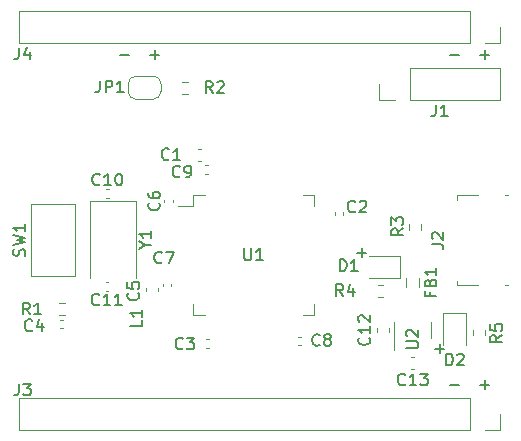
<source format=gbr>
%TF.GenerationSoftware,KiCad,Pcbnew,(6.0.9)*%
%TF.CreationDate,2022-11-25T11:21:21+01:00*%
%TF.ProjectId,stmf303re_eval_board,73746d66-3330-4337-9265-5f6576616c5f,rev?*%
%TF.SameCoordinates,Original*%
%TF.FileFunction,Legend,Top*%
%TF.FilePolarity,Positive*%
%FSLAX46Y46*%
G04 Gerber Fmt 4.6, Leading zero omitted, Abs format (unit mm)*
G04 Created by KiCad (PCBNEW (6.0.9)) date 2022-11-25 11:21:21*
%MOMM*%
%LPD*%
G01*
G04 APERTURE LIST*
%ADD10C,0.150000*%
%ADD11C,0.120000*%
G04 APERTURE END LIST*
D10*
X168275047Y-91003428D02*
X169036952Y-91003428D01*
X168275047Y-63063428D02*
X169036952Y-63063428D01*
X140335047Y-63063428D02*
X141096952Y-63063428D01*
X170815047Y-91003428D02*
X171576952Y-91003428D01*
X171196000Y-91384380D02*
X171196000Y-90622476D01*
X142875047Y-63063428D02*
X143636952Y-63063428D01*
X143256000Y-63444380D02*
X143256000Y-62682476D01*
X170815047Y-63063428D02*
X171576952Y-63063428D01*
X171196000Y-63444380D02*
X171196000Y-62682476D01*
X160401047Y-79827428D02*
X161162952Y-79827428D01*
X160782000Y-80208380D02*
X160782000Y-79446476D01*
X167005047Y-87955428D02*
X167766952Y-87955428D01*
X167386000Y-88336380D02*
X167386000Y-87574476D01*
%TO.C,Y1*%
X142470190Y-79141190D02*
X142946380Y-79141190D01*
X141946380Y-79474523D02*
X142470190Y-79141190D01*
X141946380Y-78807857D01*
X142946380Y-77950714D02*
X142946380Y-78522142D01*
X142946380Y-78236428D02*
X141946380Y-78236428D01*
X142089238Y-78331666D01*
X142184476Y-78426904D01*
X142232095Y-78522142D01*
%TO.C,J4*%
X131746666Y-62444380D02*
X131746666Y-63158666D01*
X131699047Y-63301523D01*
X131603809Y-63396761D01*
X131460952Y-63444380D01*
X131365714Y-63444380D01*
X132651428Y-62777714D02*
X132651428Y-63444380D01*
X132413333Y-62396761D02*
X132175238Y-63111047D01*
X132794285Y-63111047D01*
%TO.C,J3*%
X131746666Y-90892380D02*
X131746666Y-91606666D01*
X131699047Y-91749523D01*
X131603809Y-91844761D01*
X131460952Y-91892380D01*
X131365714Y-91892380D01*
X132127619Y-90892380D02*
X132746666Y-90892380D01*
X132413333Y-91273333D01*
X132556190Y-91273333D01*
X132651428Y-91320952D01*
X132699047Y-91368571D01*
X132746666Y-91463809D01*
X132746666Y-91701904D01*
X132699047Y-91797142D01*
X132651428Y-91844761D01*
X132556190Y-91892380D01*
X132270476Y-91892380D01*
X132175238Y-91844761D01*
X132127619Y-91797142D01*
%TO.C,C10*%
X138594400Y-74017142D02*
X138546781Y-74064761D01*
X138403924Y-74112380D01*
X138308686Y-74112380D01*
X138165829Y-74064761D01*
X138070591Y-73969523D01*
X138022972Y-73874285D01*
X137975353Y-73683809D01*
X137975353Y-73540952D01*
X138022972Y-73350476D01*
X138070591Y-73255238D01*
X138165829Y-73160000D01*
X138308686Y-73112380D01*
X138403924Y-73112380D01*
X138546781Y-73160000D01*
X138594400Y-73207619D01*
X139546781Y-74112380D02*
X138975353Y-74112380D01*
X139261067Y-74112380D02*
X139261067Y-73112380D01*
X139165829Y-73255238D01*
X139070591Y-73350476D01*
X138975353Y-73398095D01*
X140165829Y-73112380D02*
X140261067Y-73112380D01*
X140356305Y-73160000D01*
X140403924Y-73207619D01*
X140451543Y-73302857D01*
X140499162Y-73493333D01*
X140499162Y-73731428D01*
X140451543Y-73921904D01*
X140403924Y-74017142D01*
X140356305Y-74064761D01*
X140261067Y-74112380D01*
X140165829Y-74112380D01*
X140070591Y-74064761D01*
X140022972Y-74017142D01*
X139975353Y-73921904D01*
X139927734Y-73731428D01*
X139927734Y-73493333D01*
X139975353Y-73302857D01*
X140022972Y-73207619D01*
X140070591Y-73160000D01*
X140165829Y-73112380D01*
%TO.C,C5*%
X141835142Y-83224666D02*
X141882761Y-83272285D01*
X141930380Y-83415142D01*
X141930380Y-83510380D01*
X141882761Y-83653238D01*
X141787523Y-83748476D01*
X141692285Y-83796095D01*
X141501809Y-83843714D01*
X141358952Y-83843714D01*
X141168476Y-83796095D01*
X141073238Y-83748476D01*
X140978000Y-83653238D01*
X140930380Y-83510380D01*
X140930380Y-83415142D01*
X140978000Y-83272285D01*
X141025619Y-83224666D01*
X140930380Y-82319904D02*
X140930380Y-82796095D01*
X141406571Y-82843714D01*
X141358952Y-82796095D01*
X141311333Y-82700857D01*
X141311333Y-82462761D01*
X141358952Y-82367523D01*
X141406571Y-82319904D01*
X141501809Y-82272285D01*
X141739904Y-82272285D01*
X141835142Y-82319904D01*
X141882761Y-82367523D01*
X141930380Y-82462761D01*
X141930380Y-82700857D01*
X141882761Y-82796095D01*
X141835142Y-82843714D01*
%TO.C,C1*%
X144455584Y-71875487D02*
X144407965Y-71923106D01*
X144265108Y-71970725D01*
X144169870Y-71970725D01*
X144027012Y-71923106D01*
X143931774Y-71827868D01*
X143884155Y-71732630D01*
X143836536Y-71542154D01*
X143836536Y-71399297D01*
X143884155Y-71208821D01*
X143931774Y-71113583D01*
X144027012Y-71018345D01*
X144169870Y-70970725D01*
X144265108Y-70970725D01*
X144407965Y-71018345D01*
X144455584Y-71065964D01*
X145407965Y-71970725D02*
X144836536Y-71970725D01*
X145122251Y-71970725D02*
X145122251Y-70970725D01*
X145027012Y-71113583D01*
X144931774Y-71208821D01*
X144836536Y-71256440D01*
%TO.C,C2*%
X160215015Y-76293769D02*
X160167396Y-76341388D01*
X160024539Y-76389007D01*
X159929301Y-76389007D01*
X159786443Y-76341388D01*
X159691205Y-76246150D01*
X159643586Y-76150912D01*
X159595967Y-75960436D01*
X159595967Y-75817579D01*
X159643586Y-75627103D01*
X159691205Y-75531865D01*
X159786443Y-75436627D01*
X159929301Y-75389007D01*
X160024539Y-75389007D01*
X160167396Y-75436627D01*
X160215015Y-75484246D01*
X160595967Y-75484246D02*
X160643586Y-75436627D01*
X160738824Y-75389007D01*
X160976920Y-75389007D01*
X161072158Y-75436627D01*
X161119777Y-75484246D01*
X161167396Y-75579484D01*
X161167396Y-75674722D01*
X161119777Y-75817579D01*
X160548348Y-76389007D01*
X161167396Y-76389007D01*
%TO.C,J1*%
X167052666Y-67270380D02*
X167052666Y-67984666D01*
X167005047Y-68127523D01*
X166909809Y-68222761D01*
X166766952Y-68270380D01*
X166671714Y-68270380D01*
X168052666Y-68270380D02*
X167481238Y-68270380D01*
X167766952Y-68270380D02*
X167766952Y-67270380D01*
X167671714Y-67413238D01*
X167576476Y-67508476D01*
X167481238Y-67556095D01*
%TO.C,R2*%
X148150588Y-66296751D02*
X147817255Y-65820561D01*
X147579159Y-66296751D02*
X147579159Y-65296751D01*
X147960112Y-65296751D01*
X148055350Y-65344371D01*
X148102969Y-65391990D01*
X148150588Y-65487228D01*
X148150588Y-65630085D01*
X148102969Y-65725323D01*
X148055350Y-65772942D01*
X147960112Y-65820561D01*
X147579159Y-65820561D01*
X148531540Y-65391990D02*
X148579159Y-65344371D01*
X148674397Y-65296751D01*
X148912493Y-65296751D01*
X149007731Y-65344371D01*
X149055350Y-65391990D01*
X149102969Y-65487228D01*
X149102969Y-65582466D01*
X149055350Y-65725323D01*
X148483921Y-66296751D01*
X149102969Y-66296751D01*
%TO.C,R5*%
X172664380Y-86780666D02*
X172188190Y-87114000D01*
X172664380Y-87352095D02*
X171664380Y-87352095D01*
X171664380Y-86971142D01*
X171712000Y-86875904D01*
X171759619Y-86828285D01*
X171854857Y-86780666D01*
X171997714Y-86780666D01*
X172092952Y-86828285D01*
X172140571Y-86875904D01*
X172188190Y-86971142D01*
X172188190Y-87352095D01*
X171664380Y-85875904D02*
X171664380Y-86352095D01*
X172140571Y-86399714D01*
X172092952Y-86352095D01*
X172045333Y-86256857D01*
X172045333Y-86018761D01*
X172092952Y-85923523D01*
X172140571Y-85875904D01*
X172235809Y-85828285D01*
X172473904Y-85828285D01*
X172569142Y-85875904D01*
X172616761Y-85923523D01*
X172664380Y-86018761D01*
X172664380Y-86256857D01*
X172616761Y-86352095D01*
X172569142Y-86399714D01*
%TO.C,C6*%
X143600260Y-75584544D02*
X143647879Y-75632163D01*
X143695498Y-75775020D01*
X143695498Y-75870258D01*
X143647879Y-76013116D01*
X143552641Y-76108354D01*
X143457403Y-76155973D01*
X143266927Y-76203592D01*
X143124070Y-76203592D01*
X142933594Y-76155973D01*
X142838356Y-76108354D01*
X142743118Y-76013116D01*
X142695498Y-75870258D01*
X142695498Y-75775020D01*
X142743118Y-75632163D01*
X142790737Y-75584544D01*
X142695498Y-74727401D02*
X142695498Y-74917878D01*
X142743118Y-75013116D01*
X142790737Y-75060735D01*
X142933594Y-75155973D01*
X143124070Y-75203592D01*
X143505022Y-75203592D01*
X143600260Y-75155973D01*
X143647879Y-75108354D01*
X143695498Y-75013116D01*
X143695498Y-74822639D01*
X143647879Y-74727401D01*
X143600260Y-74679782D01*
X143505022Y-74632163D01*
X143266927Y-74632163D01*
X143171689Y-74679782D01*
X143124070Y-74727401D01*
X143076451Y-74822639D01*
X143076451Y-75013116D01*
X143124070Y-75108354D01*
X143171689Y-75155973D01*
X143266927Y-75203592D01*
%TO.C,JP1*%
X138612666Y-65238380D02*
X138612666Y-65952666D01*
X138565047Y-66095523D01*
X138469809Y-66190761D01*
X138326952Y-66238380D01*
X138231714Y-66238380D01*
X139088857Y-66238380D02*
X139088857Y-65238380D01*
X139469809Y-65238380D01*
X139565047Y-65286000D01*
X139612666Y-65333619D01*
X139660285Y-65428857D01*
X139660285Y-65571714D01*
X139612666Y-65666952D01*
X139565047Y-65714571D01*
X139469809Y-65762190D01*
X139088857Y-65762190D01*
X140612666Y-66238380D02*
X140041238Y-66238380D01*
X140326952Y-66238380D02*
X140326952Y-65238380D01*
X140231714Y-65381238D01*
X140136476Y-65476476D01*
X140041238Y-65524095D01*
%TO.C,R4*%
X159208916Y-83476510D02*
X158875583Y-83000320D01*
X158637487Y-83476510D02*
X158637487Y-82476510D01*
X159018440Y-82476510D01*
X159113678Y-82524130D01*
X159161297Y-82571749D01*
X159208916Y-82666987D01*
X159208916Y-82809844D01*
X159161297Y-82905082D01*
X159113678Y-82952701D01*
X159018440Y-83000320D01*
X158637487Y-83000320D01*
X160066059Y-82809844D02*
X160066059Y-83476510D01*
X159827963Y-82428891D02*
X159589868Y-83143177D01*
X160208916Y-83143177D01*
%TO.C,D1*%
X158925381Y-81376578D02*
X158925381Y-80376578D01*
X159163477Y-80376578D01*
X159306334Y-80424198D01*
X159401572Y-80519436D01*
X159449191Y-80614674D01*
X159496810Y-80805150D01*
X159496810Y-80948007D01*
X159449191Y-81138483D01*
X159401572Y-81233721D01*
X159306334Y-81328959D01*
X159163477Y-81376578D01*
X158925381Y-81376578D01*
X160449191Y-81376578D02*
X159877762Y-81376578D01*
X160163477Y-81376578D02*
X160163477Y-80376578D01*
X160068238Y-80519436D01*
X159973000Y-80614674D01*
X159877762Y-80662293D01*
%TO.C,C13*%
X164457142Y-90941142D02*
X164409523Y-90988761D01*
X164266666Y-91036380D01*
X164171428Y-91036380D01*
X164028571Y-90988761D01*
X163933333Y-90893523D01*
X163885714Y-90798285D01*
X163838095Y-90607809D01*
X163838095Y-90464952D01*
X163885714Y-90274476D01*
X163933333Y-90179238D01*
X164028571Y-90084000D01*
X164171428Y-90036380D01*
X164266666Y-90036380D01*
X164409523Y-90084000D01*
X164457142Y-90131619D01*
X165409523Y-91036380D02*
X164838095Y-91036380D01*
X165123809Y-91036380D02*
X165123809Y-90036380D01*
X165028571Y-90179238D01*
X164933333Y-90274476D01*
X164838095Y-90322095D01*
X165742857Y-90036380D02*
X166361904Y-90036380D01*
X166028571Y-90417333D01*
X166171428Y-90417333D01*
X166266666Y-90464952D01*
X166314285Y-90512571D01*
X166361904Y-90607809D01*
X166361904Y-90845904D01*
X166314285Y-90941142D01*
X166266666Y-90988761D01*
X166171428Y-91036380D01*
X165885714Y-91036380D01*
X165790476Y-90988761D01*
X165742857Y-90941142D01*
%TO.C,C8*%
X157211531Y-87614573D02*
X157163912Y-87662192D01*
X157021055Y-87709811D01*
X156925817Y-87709811D01*
X156782959Y-87662192D01*
X156687721Y-87566954D01*
X156640102Y-87471716D01*
X156592483Y-87281240D01*
X156592483Y-87138383D01*
X156640102Y-86947907D01*
X156687721Y-86852669D01*
X156782959Y-86757431D01*
X156925817Y-86709811D01*
X157021055Y-86709811D01*
X157163912Y-86757431D01*
X157211531Y-86805050D01*
X157782959Y-87138383D02*
X157687721Y-87090764D01*
X157640102Y-87043145D01*
X157592483Y-86947907D01*
X157592483Y-86900288D01*
X157640102Y-86805050D01*
X157687721Y-86757431D01*
X157782959Y-86709811D01*
X157973436Y-86709811D01*
X158068674Y-86757431D01*
X158116293Y-86805050D01*
X158163912Y-86900288D01*
X158163912Y-86947907D01*
X158116293Y-87043145D01*
X158068674Y-87090764D01*
X157973436Y-87138383D01*
X157782959Y-87138383D01*
X157687721Y-87186002D01*
X157640102Y-87233621D01*
X157592483Y-87328859D01*
X157592483Y-87519335D01*
X157640102Y-87614573D01*
X157687721Y-87662192D01*
X157782959Y-87709811D01*
X157973436Y-87709811D01*
X158068674Y-87662192D01*
X158116293Y-87614573D01*
X158163912Y-87519335D01*
X158163912Y-87328859D01*
X158116293Y-87233621D01*
X158068674Y-87186002D01*
X157973436Y-87138383D01*
%TO.C,R3*%
X164298786Y-77754681D02*
X163822596Y-78088015D01*
X164298786Y-78326110D02*
X163298786Y-78326110D01*
X163298786Y-77945157D01*
X163346406Y-77849919D01*
X163394025Y-77802300D01*
X163489263Y-77754681D01*
X163632120Y-77754681D01*
X163727358Y-77802300D01*
X163774977Y-77849919D01*
X163822596Y-77945157D01*
X163822596Y-78326110D01*
X163298786Y-77421348D02*
X163298786Y-76802300D01*
X163679739Y-77135634D01*
X163679739Y-76992776D01*
X163727358Y-76897538D01*
X163774977Y-76849919D01*
X163870215Y-76802300D01*
X164108310Y-76802300D01*
X164203548Y-76849919D01*
X164251167Y-76897538D01*
X164298786Y-76992776D01*
X164298786Y-77278491D01*
X164251167Y-77373729D01*
X164203548Y-77421348D01*
%TO.C,C11*%
X138549142Y-84177142D02*
X138501523Y-84224761D01*
X138358666Y-84272380D01*
X138263428Y-84272380D01*
X138120571Y-84224761D01*
X138025333Y-84129523D01*
X137977714Y-84034285D01*
X137930095Y-83843809D01*
X137930095Y-83700952D01*
X137977714Y-83510476D01*
X138025333Y-83415238D01*
X138120571Y-83320000D01*
X138263428Y-83272380D01*
X138358666Y-83272380D01*
X138501523Y-83320000D01*
X138549142Y-83367619D01*
X139501523Y-84272380D02*
X138930095Y-84272380D01*
X139215809Y-84272380D02*
X139215809Y-83272380D01*
X139120571Y-83415238D01*
X139025333Y-83510476D01*
X138930095Y-83558095D01*
X140453904Y-84272380D02*
X139882476Y-84272380D01*
X140168190Y-84272380D02*
X140168190Y-83272380D01*
X140072952Y-83415238D01*
X139977714Y-83510476D01*
X139882476Y-83558095D01*
%TO.C,C3*%
X145644970Y-87902467D02*
X145597351Y-87950086D01*
X145454494Y-87997705D01*
X145359256Y-87997705D01*
X145216398Y-87950086D01*
X145121160Y-87854848D01*
X145073541Y-87759610D01*
X145025922Y-87569134D01*
X145025922Y-87426277D01*
X145073541Y-87235801D01*
X145121160Y-87140563D01*
X145216398Y-87045325D01*
X145359256Y-86997705D01*
X145454494Y-86997705D01*
X145597351Y-87045325D01*
X145644970Y-87092944D01*
X145978303Y-86997705D02*
X146597351Y-86997705D01*
X146264017Y-87378658D01*
X146406875Y-87378658D01*
X146502113Y-87426277D01*
X146549732Y-87473896D01*
X146597351Y-87569134D01*
X146597351Y-87807229D01*
X146549732Y-87902467D01*
X146502113Y-87950086D01*
X146406875Y-87997705D01*
X146121160Y-87997705D01*
X146025922Y-87950086D01*
X145978303Y-87902467D01*
%TO.C,C4*%
X132869611Y-86360928D02*
X132821992Y-86408547D01*
X132679135Y-86456166D01*
X132583897Y-86456166D01*
X132441039Y-86408547D01*
X132345801Y-86313309D01*
X132298182Y-86218071D01*
X132250563Y-86027595D01*
X132250563Y-85884738D01*
X132298182Y-85694262D01*
X132345801Y-85599024D01*
X132441039Y-85503786D01*
X132583897Y-85456166D01*
X132679135Y-85456166D01*
X132821992Y-85503786D01*
X132869611Y-85551405D01*
X133726754Y-85789500D02*
X133726754Y-86456166D01*
X133488658Y-85408547D02*
X133250563Y-86122833D01*
X133869611Y-86122833D01*
%TO.C,J2*%
X166694980Y-79078333D02*
X167409266Y-79078333D01*
X167552123Y-79125952D01*
X167647361Y-79221190D01*
X167694980Y-79364047D01*
X167694980Y-79459285D01*
X166790219Y-78649761D02*
X166742600Y-78602142D01*
X166694980Y-78506904D01*
X166694980Y-78268809D01*
X166742600Y-78173571D01*
X166790219Y-78125952D01*
X166885457Y-78078333D01*
X166980695Y-78078333D01*
X167123552Y-78125952D01*
X167694980Y-78697380D01*
X167694980Y-78078333D01*
%TO.C,FB1*%
X166578571Y-83175833D02*
X166578571Y-83509166D01*
X167102380Y-83509166D02*
X166102380Y-83509166D01*
X166102380Y-83032976D01*
X166578571Y-82318690D02*
X166626190Y-82175833D01*
X166673809Y-82128214D01*
X166769047Y-82080595D01*
X166911904Y-82080595D01*
X167007142Y-82128214D01*
X167054761Y-82175833D01*
X167102380Y-82271071D01*
X167102380Y-82652023D01*
X166102380Y-82652023D01*
X166102380Y-82318690D01*
X166150000Y-82223452D01*
X166197619Y-82175833D01*
X166292857Y-82128214D01*
X166388095Y-82128214D01*
X166483333Y-82175833D01*
X166530952Y-82223452D01*
X166578571Y-82318690D01*
X166578571Y-82652023D01*
X167102380Y-81128214D02*
X167102380Y-81699642D01*
X167102380Y-81413928D02*
X166102380Y-81413928D01*
X166245238Y-81509166D01*
X166340476Y-81604404D01*
X166388095Y-81699642D01*
%TO.C,C9*%
X145386426Y-73332990D02*
X145338807Y-73380609D01*
X145195950Y-73428228D01*
X145100712Y-73428228D01*
X144957854Y-73380609D01*
X144862616Y-73285371D01*
X144814997Y-73190133D01*
X144767378Y-72999657D01*
X144767378Y-72856800D01*
X144814997Y-72666324D01*
X144862616Y-72571086D01*
X144957854Y-72475848D01*
X145100712Y-72428228D01*
X145195950Y-72428228D01*
X145338807Y-72475848D01*
X145386426Y-72523467D01*
X145862616Y-73428228D02*
X146053093Y-73428228D01*
X146148331Y-73380609D01*
X146195950Y-73332990D01*
X146291188Y-73190133D01*
X146338807Y-72999657D01*
X146338807Y-72618705D01*
X146291188Y-72523467D01*
X146243569Y-72475848D01*
X146148331Y-72428228D01*
X145957854Y-72428228D01*
X145862616Y-72475848D01*
X145814997Y-72523467D01*
X145767378Y-72618705D01*
X145767378Y-72856800D01*
X145814997Y-72952038D01*
X145862616Y-72999657D01*
X145957854Y-73047276D01*
X146148331Y-73047276D01*
X146243569Y-72999657D01*
X146291188Y-72952038D01*
X146338807Y-72856800D01*
%TO.C,U2*%
X164552380Y-87883904D02*
X165361904Y-87883904D01*
X165457142Y-87836285D01*
X165504761Y-87788666D01*
X165552380Y-87693428D01*
X165552380Y-87502952D01*
X165504761Y-87407714D01*
X165457142Y-87360095D01*
X165361904Y-87312476D01*
X164552380Y-87312476D01*
X164647619Y-86883904D02*
X164600000Y-86836285D01*
X164552380Y-86741047D01*
X164552380Y-86502952D01*
X164600000Y-86407714D01*
X164647619Y-86360095D01*
X164742857Y-86312476D01*
X164838095Y-86312476D01*
X164980952Y-86360095D01*
X165552380Y-86931523D01*
X165552380Y-86312476D01*
%TO.C,U1*%
X150839522Y-79447369D02*
X150839522Y-80256893D01*
X150887141Y-80352131D01*
X150934760Y-80399750D01*
X151029998Y-80447369D01*
X151220474Y-80447369D01*
X151315712Y-80399750D01*
X151363331Y-80352131D01*
X151410950Y-80256893D01*
X151410950Y-79447369D01*
X152410950Y-80447369D02*
X151839522Y-80447369D01*
X152125236Y-80447369D02*
X152125236Y-79447369D01*
X152029998Y-79590227D01*
X151934760Y-79685465D01*
X151839522Y-79733084D01*
%TO.C,D2*%
X167917904Y-89352380D02*
X167917904Y-88352380D01*
X168156000Y-88352380D01*
X168298857Y-88400000D01*
X168394095Y-88495238D01*
X168441714Y-88590476D01*
X168489333Y-88780952D01*
X168489333Y-88923809D01*
X168441714Y-89114285D01*
X168394095Y-89209523D01*
X168298857Y-89304761D01*
X168156000Y-89352380D01*
X167917904Y-89352380D01*
X168870285Y-88447619D02*
X168917904Y-88400000D01*
X169013142Y-88352380D01*
X169251238Y-88352380D01*
X169346476Y-88400000D01*
X169394095Y-88447619D01*
X169441714Y-88542857D01*
X169441714Y-88638095D01*
X169394095Y-88780952D01*
X168822666Y-89352380D01*
X169441714Y-89352380D01*
%TO.C,C7*%
X143851333Y-80621142D02*
X143803714Y-80668761D01*
X143660857Y-80716380D01*
X143565619Y-80716380D01*
X143422761Y-80668761D01*
X143327523Y-80573523D01*
X143279904Y-80478285D01*
X143232285Y-80287809D01*
X143232285Y-80144952D01*
X143279904Y-79954476D01*
X143327523Y-79859238D01*
X143422761Y-79764000D01*
X143565619Y-79716380D01*
X143660857Y-79716380D01*
X143803714Y-79764000D01*
X143851333Y-79811619D01*
X144184666Y-79716380D02*
X144851333Y-79716380D01*
X144422761Y-80716380D01*
%TO.C,C12*%
X161393142Y-87002857D02*
X161440761Y-87050476D01*
X161488380Y-87193333D01*
X161488380Y-87288571D01*
X161440761Y-87431428D01*
X161345523Y-87526666D01*
X161250285Y-87574285D01*
X161059809Y-87621904D01*
X160916952Y-87621904D01*
X160726476Y-87574285D01*
X160631238Y-87526666D01*
X160536000Y-87431428D01*
X160488380Y-87288571D01*
X160488380Y-87193333D01*
X160536000Y-87050476D01*
X160583619Y-87002857D01*
X161488380Y-86050476D02*
X161488380Y-86621904D01*
X161488380Y-86336190D02*
X160488380Y-86336190D01*
X160631238Y-86431428D01*
X160726476Y-86526666D01*
X160774095Y-86621904D01*
X160583619Y-85669523D02*
X160536000Y-85621904D01*
X160488380Y-85526666D01*
X160488380Y-85288571D01*
X160536000Y-85193333D01*
X160583619Y-85145714D01*
X160678857Y-85098095D01*
X160774095Y-85098095D01*
X160916952Y-85145714D01*
X161488380Y-85717142D01*
X161488380Y-85098095D01*
%TO.C,R1*%
X132675333Y-85034380D02*
X132342000Y-84558190D01*
X132103904Y-85034380D02*
X132103904Y-84034380D01*
X132484857Y-84034380D01*
X132580095Y-84082000D01*
X132627714Y-84129619D01*
X132675333Y-84224857D01*
X132675333Y-84367714D01*
X132627714Y-84462952D01*
X132580095Y-84510571D01*
X132484857Y-84558190D01*
X132103904Y-84558190D01*
X133627714Y-85034380D02*
X133056285Y-85034380D01*
X133342000Y-85034380D02*
X133342000Y-84034380D01*
X133246761Y-84177238D01*
X133151523Y-84272476D01*
X133056285Y-84320095D01*
%TO.C,SW1*%
X132230761Y-80073333D02*
X132278380Y-79930476D01*
X132278380Y-79692380D01*
X132230761Y-79597142D01*
X132183142Y-79549523D01*
X132087904Y-79501904D01*
X131992666Y-79501904D01*
X131897428Y-79549523D01*
X131849809Y-79597142D01*
X131802190Y-79692380D01*
X131754571Y-79882857D01*
X131706952Y-79978095D01*
X131659333Y-80025714D01*
X131564095Y-80073333D01*
X131468857Y-80073333D01*
X131373619Y-80025714D01*
X131326000Y-79978095D01*
X131278380Y-79882857D01*
X131278380Y-79644761D01*
X131326000Y-79501904D01*
X131278380Y-79168571D02*
X132278380Y-78930476D01*
X131564095Y-78740000D01*
X132278380Y-78549523D01*
X131278380Y-78311428D01*
X132278380Y-77406666D02*
X132278380Y-77978095D01*
X132278380Y-77692380D02*
X131278380Y-77692380D01*
X131421238Y-77787619D01*
X131516476Y-77882857D01*
X131564095Y-77978095D01*
%TO.C,L1*%
X142184380Y-85510666D02*
X142184380Y-85986857D01*
X141184380Y-85986857D01*
X142184380Y-84653523D02*
X142184380Y-85224952D01*
X142184380Y-84939238D02*
X141184380Y-84939238D01*
X141327238Y-85034476D01*
X141422476Y-85129714D01*
X141470095Y-85224952D01*
D11*
%TO.C,Y1*%
X141650000Y-75390000D02*
X137750000Y-75390000D01*
X137750000Y-75390000D02*
X137750000Y-81940000D01*
X141650000Y-81940000D02*
X141650000Y-75390000D01*
%TO.C,J4*%
X172526000Y-60706000D02*
X172526000Y-62036000D01*
X172526000Y-62036000D02*
X171196000Y-62036000D01*
X131766000Y-59376000D02*
X131766000Y-62036000D01*
X169926000Y-62036000D02*
X131766000Y-62036000D01*
X169926000Y-59376000D02*
X169926000Y-62036000D01*
X169926000Y-59376000D02*
X131766000Y-59376000D01*
%TO.C,J3*%
X172526000Y-93472000D02*
X172526000Y-94802000D01*
X172526000Y-94802000D02*
X171196000Y-94802000D01*
X131766000Y-92142000D02*
X131766000Y-94802000D01*
X169926000Y-94802000D02*
X131766000Y-94802000D01*
X169926000Y-92142000D02*
X169926000Y-94802000D01*
X169926000Y-92142000D02*
X131766000Y-92142000D01*
%TO.C,C10*%
X139345094Y-75144204D02*
X139129422Y-75144204D01*
X139345094Y-74424204D02*
X139129422Y-74424204D01*
%TO.C,C5*%
X143512000Y-83078080D02*
X143512000Y-82796920D01*
X142492000Y-83078080D02*
X142492000Y-82796920D01*
%TO.C,C1*%
X146925420Y-70999933D02*
X147206580Y-70999933D01*
X146925420Y-72019933D02*
X147206580Y-72019933D01*
%TO.C,C2*%
X159231524Y-76398868D02*
X159231524Y-76614540D01*
X158511524Y-76398868D02*
X158511524Y-76614540D01*
%TO.C,J1*%
X162246000Y-66862000D02*
X162246000Y-65532000D01*
X163576000Y-66862000D02*
X162246000Y-66862000D01*
X172526000Y-66862000D02*
X172526000Y-64202000D01*
X164846000Y-64202000D02*
X172526000Y-64202000D01*
X164846000Y-66862000D02*
X172526000Y-66862000D01*
X164846000Y-66862000D02*
X164846000Y-64202000D01*
%TO.C,R2*%
X146071858Y-66410100D02*
X145597342Y-66410100D01*
X146071858Y-65365100D02*
X145597342Y-65365100D01*
%TO.C,R5*%
X170165500Y-86312742D02*
X170165500Y-86787258D01*
X171210500Y-86312742D02*
X171210500Y-86787258D01*
%TO.C,C6*%
X144763118Y-75525714D02*
X144763118Y-75310042D01*
X144043118Y-75525714D02*
X144043118Y-75310042D01*
%TO.C,JP1*%
X143092400Y-66836800D02*
X141692400Y-66836800D01*
X141692400Y-64836800D02*
X143092400Y-64836800D01*
X143792400Y-65536800D02*
X143792400Y-66136800D01*
X140992400Y-66136800D02*
X140992400Y-65536800D01*
X140992400Y-66136800D02*
G75*
G03*
X141692400Y-66836800I700000J0D01*
G01*
X141692400Y-64836800D02*
G75*
G03*
X140992400Y-65536800I0J-700000D01*
G01*
X143092400Y-66836800D02*
G75*
G03*
X143792400Y-66136800I1J699999D01*
G01*
X143792400Y-65536800D02*
G75*
G03*
X143092400Y-64836800I-699999J1D01*
G01*
%TO.C,R4*%
X162131742Y-82535500D02*
X162606258Y-82535500D01*
X162131742Y-83580500D02*
X162606258Y-83580500D01*
%TO.C,D1*%
X161369000Y-81986000D02*
X164054000Y-81986000D01*
X164054000Y-80066000D02*
X161369000Y-80066000D01*
X164054000Y-81986000D02*
X164054000Y-80066000D01*
%TO.C,C13*%
X165240580Y-89664000D02*
X164959420Y-89664000D01*
X165240580Y-88644000D02*
X164959420Y-88644000D01*
%TO.C,C8*%
X155626659Y-86903717D02*
X155410987Y-86903717D01*
X155626659Y-87623717D02*
X155410987Y-87623717D01*
%TO.C,R3*%
X165835665Y-77389564D02*
X165835665Y-77864080D01*
X164790665Y-77389564D02*
X164790665Y-77864080D01*
%TO.C,C11*%
X139326976Y-82321118D02*
X139111304Y-82321118D01*
X139326976Y-83041118D02*
X139111304Y-83041118D01*
%TO.C,C3*%
X147834236Y-87837600D02*
X147618564Y-87837600D01*
X147834236Y-87117600D02*
X147618564Y-87117600D01*
%TO.C,C4*%
X135274164Y-85492000D02*
X135489836Y-85492000D01*
X135274164Y-86212000D02*
X135489836Y-86212000D01*
%TO.C,J2*%
X173142600Y-82555000D02*
X172882600Y-82555000D01*
X172882600Y-74935000D02*
X173142600Y-74935000D01*
X168832600Y-74935000D02*
X168832600Y-75315000D01*
X168832600Y-74935000D02*
X170602600Y-74935000D01*
X170602600Y-82555000D02*
X168832600Y-82555000D01*
X168832600Y-82555000D02*
X168832600Y-82175000D01*
%TO.C,FB1*%
X165660000Y-81942878D02*
X165660000Y-82742122D01*
X164540000Y-81942878D02*
X164540000Y-82742122D01*
%TO.C,C9*%
X147513433Y-72410023D02*
X147729105Y-72410023D01*
X147513433Y-73130023D02*
X147729105Y-73130023D01*
%TO.C,U2*%
X166660000Y-86360000D02*
X166660000Y-87010000D01*
X163540000Y-86360000D02*
X163540000Y-85710000D01*
X166660000Y-86360000D02*
X166660000Y-85710000D01*
X163540000Y-86360000D02*
X163540000Y-88035000D01*
%TO.C,U1*%
X155798000Y-85120000D02*
X156748000Y-85120000D01*
X155798000Y-74900000D02*
X156748000Y-74900000D01*
X146528000Y-74900000D02*
X146528000Y-75850000D01*
X156748000Y-74900000D02*
X156748000Y-75850000D01*
X147478000Y-85120000D02*
X146528000Y-85120000D01*
X147478000Y-74900000D02*
X146528000Y-74900000D01*
X156748000Y-85120000D02*
X156748000Y-84170000D01*
X146528000Y-85120000D02*
X146528000Y-84170000D01*
X146528000Y-75850000D02*
X145188000Y-75850000D01*
%TO.C,D2*%
X169616000Y-84929000D02*
X167696000Y-84929000D01*
X169616000Y-87614000D02*
X169616000Y-84929000D01*
X167696000Y-84929000D02*
X167696000Y-87614000D01*
%TO.C,C7*%
X144632000Y-82657836D02*
X144632000Y-82442164D01*
X143912000Y-82657836D02*
X143912000Y-82442164D01*
%TO.C,C12*%
X163070000Y-86219420D02*
X163070000Y-86500580D01*
X162050000Y-86219420D02*
X162050000Y-86500580D01*
%TO.C,R1*%
X135144742Y-84059500D02*
X135619258Y-84059500D01*
X135144742Y-85104500D02*
X135619258Y-85104500D01*
%TO.C,SW1*%
X136470000Y-75680000D02*
X136470000Y-81800000D01*
X132770000Y-81800000D02*
X132770000Y-75680000D01*
X136470000Y-81800000D02*
X132770000Y-81800000D01*
X132770000Y-75680000D02*
X136470000Y-75680000D01*
%TD*%
M02*

</source>
